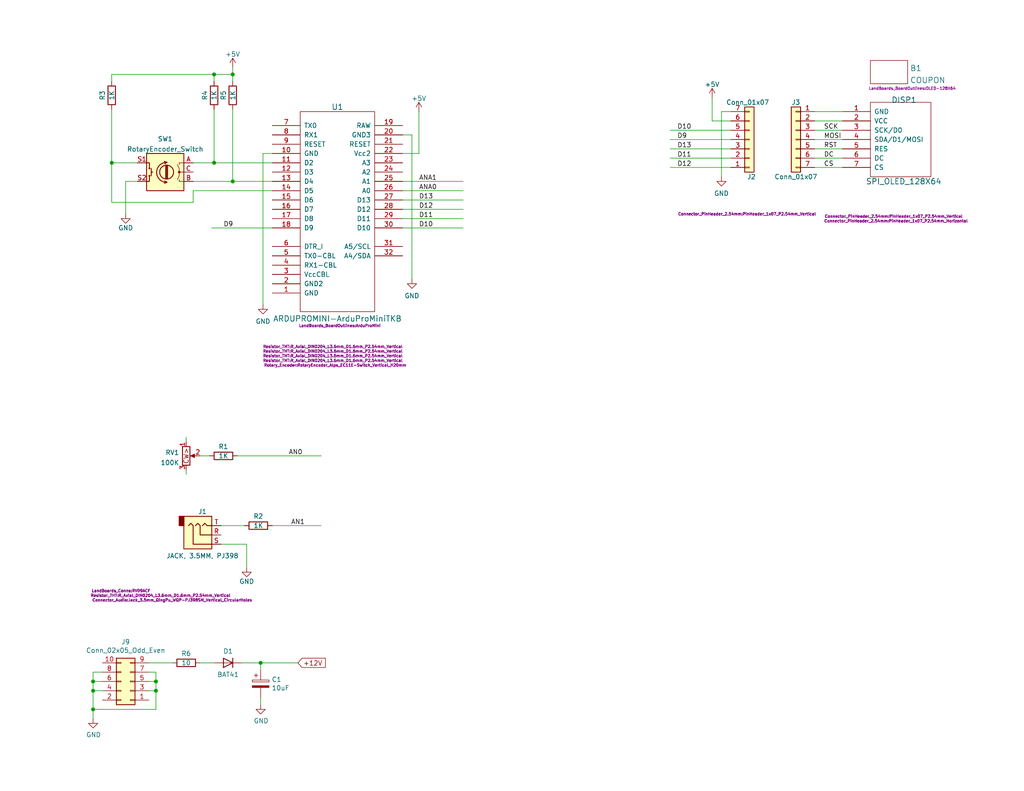
<source format=kicad_sch>
(kicad_sch (version 20211123) (generator eeschema)
  (paper "A")
  (title_block (title "ER-SPI-OLED-01_PANEL") (date "2023-01-14") (rev "1"))
  (lib_symbols
    (symbol "Connector:AudioJack3"
      (property "Reference" "J" (at 0 8.89 0))
      (property "Value" "AudioJack3" (at 0 6.35 0))
      (symbol "AudioJack3_0_1"
        (rectangle (start -5.08 -5.08) (end -6.35 -2.54) (stroke (width 0.254)) (fill (type outline)))
        (polyline (pts (xy 0 -2.54) (xy 0.635 -3.175) (xy 1.27 -2.54) (xy 2.54 -2.54)) (stroke (width 0.254)))
        (polyline (pts (xy -1.905 -2.54) (xy -1.27 -3.175) (xy -0.635 -2.54) (xy -0.635 0) (xy 2.54 0)) (stroke (width 0.254)))
        (polyline (pts (xy 2.54 2.54) (xy -2.54 2.54) (xy -2.54 -2.54) (xy -3.175 -3.175) (xy -3.81 -2.54)) (stroke (width 0.254)))
        (rectangle (start 2.54 3.81) (end -5.08 -5.08) (stroke (width 0.254)) (fill (type background)))
      )
      (symbol "AudioJack3_1_1"
        (pin passive line (at 5.08 0 180) (length 2.54) (name "~") (number "R"))
        (pin passive line (at 5.08 2.54 180) (length 2.54) (name "~") (number "S"))
        (pin passive line (at 5.08 -2.54 180) (length 2.54) (name "~") (number "T"))
      )
    )
    (symbol "Connector_Generic:Conn_01x07" (pin_names (offset 1.016) hide)
      (property "Reference" "J" (at 0 10.16 0))
      (property "Value" "Conn_01x07" (at 0 -10.16 0))
      (symbol "Conn_01x07_1_1"
        (rectangle (start -1.27 -7.493) (end 0 -7.747) (stroke (width 0.1524)))
        (rectangle (start -1.27 -4.953) (end 0 -5.207) (stroke (width 0.1524)))
        (rectangle (start -1.27 -2.413) (end 0 -2.667) (stroke (width 0.1524)))
        (rectangle (start -1.27 0.127) (end 0 -0.127) (stroke (width 0.1524)))
        (rectangle (start -1.27 2.667) (end 0 2.413) (stroke (width 0.1524)))
        (rectangle (start -1.27 5.207) (end 0 4.953) (stroke (width 0.1524)))
        (rectangle (start -1.27 7.747) (end 0 7.493) (stroke (width 0.1524)))
        (rectangle (start -1.27 8.89) (end 1.27 -8.89) (stroke (width 0.254)) (fill (type background)))
        (pin passive line (at -5.08 7.62 0) (length 3.81) (name "Pin_1") (number "1"))
        (pin passive line (at -5.08 5.08 0) (length 3.81) (name "Pin_2") (number "2"))
        (pin passive line (at -5.08 2.54 0) (length 3.81) (name "Pin_3") (number "3"))
        (pin passive line (at -5.08 0 0) (length 3.81) (name "Pin_4") (number "4"))
        (pin passive line (at -5.08 -2.54 0) (length 3.81) (name "Pin_5") (number "5"))
        (pin passive line (at -5.08 -5.08 0) (length 3.81) (name "Pin_6") (number "6"))
        (pin passive line (at -5.08 -7.62 0) (length 3.81) (name "Pin_7") (number "7"))
      )
    )
    (symbol "Connector_Generic:Conn_02x05_Odd_Even" (pin_names (offset 1.016) hide)
      (property "Reference" "J" (at 1.27 7.62 0))
      (property "Value" "Conn_02x05_Odd_Even" (at 1.27 -7.62 0))
      (symbol "Conn_02x05_Odd_Even_1_1"
        (rectangle (start -1.27 -4.953) (end 0 -5.207) (stroke (width 0.1524)))
        (rectangle (start -1.27 -2.413) (end 0 -2.667) (stroke (width 0.1524)))
        (rectangle (start -1.27 0.127) (end 0 -0.127) (stroke (width 0.1524)))
        (rectangle (start -1.27 2.667) (end 0 2.413) (stroke (width 0.1524)))
        (rectangle (start -1.27 5.207) (end 0 4.953) (stroke (width 0.1524)))
        (rectangle (start -1.27 6.35) (end 3.81 -6.35) (stroke (width 0.254)) (fill (type background)))
        (rectangle (start 3.81 -4.953) (end 2.54 -5.207) (stroke (width 0.1524)))
        (rectangle (start 3.81 -2.413) (end 2.54 -2.667) (stroke (width 0.1524)))
        (rectangle (start 3.81 0.127) (end 2.54 -0.127) (stroke (width 0.1524)))
        (rectangle (start 3.81 2.667) (end 2.54 2.413) (stroke (width 0.1524)))
        (rectangle (start 3.81 5.207) (end 2.54 4.953) (stroke (width 0.1524)))
        (pin passive line (at -5.08 5.08 0) (length 3.81) (name "Pin_1") (number "1"))
        (pin passive line (at 7.62 -5.08 180) (length 3.81) (name "Pin_10") (number "10"))
        (pin passive line (at 7.62 5.08 180) (length 3.81) (name "Pin_2") (number "2"))
        (pin passive line (at -5.08 2.54 0) (length 3.81) (name "Pin_3") (number "3"))
        (pin passive line (at 7.62 2.54 180) (length 3.81) (name "Pin_4") (number "4"))
        (pin passive line (at -5.08 0 0) (length 3.81) (name "Pin_5") (number "5"))
        (pin passive line (at 7.62 0 180) (length 3.81) (name "Pin_6") (number "6"))
        (pin passive line (at -5.08 -2.54 0) (length 3.81) (name "Pin_7") (number "7"))
        (pin passive line (at 7.62 -2.54 180) (length 3.81) (name "Pin_8") (number "8"))
        (pin passive line (at -5.08 -5.08 0) (length 3.81) (name "Pin_9") (number "9"))
      )
    )
    (symbol "Device:CP" (pin_numbers hide) (pin_names (offset 0.254))
      (property "Reference" "C" (at 0.635 2.54 0))
      (property "Value" "Device_CP" (at 0.635 -2.54 0))
      (symbol "CP_0_1"
        (rectangle (start -2.286 0.508) (end 2.286 1.016))
        (polyline (pts (xy -1.778 2.286) (xy -0.762 2.286)))
        (polyline (pts (xy -1.27 2.794) (xy -1.27 1.778)))
        (rectangle (start 2.286 -0.508) (end -2.286 -1.016) (fill (type outline)))
      )
      (symbol "CP_1_1"
        (pin passive line (at 0 3.81 270) (length 2.794) (name "~") (number "1"))
        (pin passive line (at 0 -3.81 90) (length 2.794) (name "~") (number "2"))
      )
    )
    (symbol "Device:D" (pin_numbers hide) (pin_names (offset 1.016) hide)
      (property "Reference" "D" (at 0 2.54 0))
      (property "Value" "D" (at 0 -2.54 0))
      (symbol "D_0_1"
        (polyline (pts (xy -1.27 1.27) (xy -1.27 -1.27)) (stroke (width 0.254)))
        (polyline (pts (xy 1.27 0) (xy -1.27 0)))
        (polyline (pts (xy 1.27 1.27) (xy 1.27 -1.27) (xy -1.27 0) (xy 1.27 1.27)) (stroke (width 0.254)))
      )
      (symbol "D_1_1"
        (pin passive line (at -3.81 0 0) (length 2.54) (name "K") (number "1"))
        (pin passive line (at 3.81 0 180) (length 2.54) (name "A") (number "2"))
      )
    )
    (symbol "Device:R" (pin_numbers hide) (pin_names (offset 0))
      (property "Reference" "R" (at 2.032 0 90))
      (property "Value" "R" (at 0 0 90))
      (symbol "R_0_1"
        (rectangle (start -1.016 -2.54) (end 1.016 2.54) (stroke (width 0.254)))
      )
      (symbol "R_1_1"
        (pin passive line (at 0 3.81 270) (length 1.27) (name "~") (number "1"))
        (pin passive line (at 0 -3.81 90) (length 1.27) (name "~") (number "2"))
      )
    )
    (symbol "Device:RotaryEncoder_Switch" (pin_names (offset 0.254) hide)
      (property "Reference" "SW" (at 0 6.604 0))
      (property "Value" "RotaryEncoder_Switch" (at 0 -6.604 0))
      (symbol "RotaryEncoder_Switch_0_1"
        (rectangle (start -5.08 5.08) (end 5.08 -5.08) (stroke (width 0.254)) (fill (type background)))
        (circle (center -3.81 0) (radius 0.254) (fill (type outline)))
        (arc (start -0.381 -2.794) (mid 2.3622 -0.0635) (end -0.381 2.667) (stroke (width 0.254)))
        (circle (center -0.381 0) (radius 1.905) (stroke (width 0.254)))
        (polyline (pts (xy -0.635 -1.778) (xy -0.635 1.778)) (stroke (width 0.254)))
        (polyline (pts (xy -0.381 -1.778) (xy -0.381 1.778)) (stroke (width 0.254)))
        (polyline (pts (xy -0.127 1.778) (xy -0.127 -1.778)) (stroke (width 0.254)))
        (polyline (pts (xy 3.81 0) (xy 3.429 0)) (stroke (width 0.254)))
        (polyline (pts (xy 3.81 1.016) (xy 3.81 -1.016)) (stroke (width 0.254)))
        (polyline (pts (xy -5.08 -2.54) (xy -3.81 -2.54) (xy -3.81 -2.032)))
        (polyline (pts (xy -5.08 2.54) (xy -3.81 2.54) (xy -3.81 2.032)))
        (polyline (pts (xy 0.254 -3.048) (xy -0.508 -2.794) (xy 0.127 -2.413)) (stroke (width 0.254)))
        (polyline (pts (xy 0.254 2.921) (xy -0.508 2.667) (xy 0.127 2.286)) (stroke (width 0.254)))
        (polyline (pts (xy 5.08 -2.54) (xy 4.318 -2.54) (xy 4.318 -1.016)) (stroke (width 0.254)))
        (polyline (pts (xy 5.08 2.54) (xy 4.318 2.54) (xy 4.318 1.016)) (stroke (width 0.254)))
        (polyline (pts (xy -5.08 0) (xy -3.81 0) (xy -3.81 -1.016) (xy -3.302 -2.032)))
        (polyline (pts (xy -4.318 0) (xy -3.81 0) (xy -3.81 1.016) (xy -3.302 2.032)))
        (circle (center 4.318 -1.016) (radius 0.127) (stroke (width 0.254)))
        (circle (center 4.318 1.016) (radius 0.127) (stroke (width 0.254)))
      )
      (symbol "RotaryEncoder_Switch_1_1"
        (pin passive line (at -7.62 2.54 0) (length 2.54) (name "A") (number "A"))
        (pin passive line (at -7.62 -2.54 0) (length 2.54) (name "B") (number "B"))
        (pin passive line (at -7.62 0 0) (length 2.54) (name "C") (number "C"))
        (pin passive line (at 7.62 2.54 180) (length 2.54) (name "S1") (number "S1"))
        (pin passive line (at 7.62 -2.54 180) (length 2.54) (name "S2") (number "S2"))
      )
    )
    (symbol "LandBoards:COUPON" (pin_names (offset 1.016))
      (property "Reference" "COUP?" (at 0 0 0))
      (property "Value" "COUPON" (at 0 0 0))
      (symbol "COUPON_0_1"
        (rectangle (start -5.08 0) (end 5.08 6.35))
      )
    )
    (symbol "LandBoards_Cards:ARDUPROMINI-ArduProMiniTKB" (pin_names (offset 1.016))
      (property "Reference" "U3" (at 7.62 20.32 0))
      (property "Value" "ARDUPROMINI-ArduProMiniTKB" (at 0 -36.83 0))
      (property "Footprint" "LandBoards_BoardOutlines:ArduProMini" (at 0 -40.64 0))
      (symbol "ARDUPROMINI-ArduProMiniTKB_0_1"
        (polyline (pts (xy -10.16 -35.56) (xy -10.16 19.05) (xy 10.16 19.05) (xy 10.16 -35.56) (xy 0 -35.56) (xy -10.16 -35.56)))
      )
      (symbol "ARDUPROMINI-ArduProMiniTKB_1_1"
        (pin unspecified line (at -17.78 -30.48 0) (length 7.62) (name "GND") (number "1"))
        (pin unspecified line (at -17.78 7.62 0) (length 7.62) (name "GND") (number "10"))
        (pin bidirectional line (at -17.78 5.08 0) (length 7.62) (name "D2") (number "11"))
        (pin bidirectional line (at -17.78 2.54 0) (length 7.62) (name "D3") (number "12"))
        (pin bidirectional line (at -17.78 0 0) (length 7.62) (name "D4") (number "13"))
        (pin bidirectional line (at -17.78 -2.54 0) (length 7.62) (name "D5") (number "14"))
        (pin bidirectional line (at -17.78 -5.08 0) (length 7.62) (name "D6") (number "15"))
        (pin bidirectional line (at -17.78 -7.62 0) (length 7.62) (name "D7") (number "16"))
        (pin bidirectional line (at -17.78 -10.16 0) (length 7.62) (name "D8") (number "17"))
        (pin bidirectional line (at -17.78 -12.7 0) (length 7.62) (name "D9") (number "18"))
        (pin unspecified line (at 17.78 15.24 180) (length 7.62) (name "RAW") (number "19"))
        (pin unspecified line (at -17.78 -27.94 0) (length 7.62) (name "GND2") (number "2"))
        (pin unspecified line (at 17.78 12.7 180) (length 7.62) (name "GND3") (number "20"))
        (pin input line (at 17.78 10.16 180) (length 7.62) (name "RESET") (number "21"))
        (pin unspecified line (at 17.78 7.62 180) (length 7.62) (name "Vcc2") (number "22"))
        (pin bidirectional line (at 17.78 5.08 180) (length 7.62) (name "A3") (number "23"))
        (pin bidirectional line (at 17.78 2.54 180) (length 7.62) (name "A2") (number "24"))
        (pin bidirectional line (at 17.78 0 180) (length 7.62) (name "A1") (number "25"))
        (pin bidirectional line (at 17.78 -2.54 180) (length 7.62) (name "A0") (number "26"))
        (pin bidirectional line (at 17.78 -5.08 180) (length 7.62) (name "D13") (number "27"))
        (pin input line (at 17.78 -7.62 180) (length 7.62) (name "D12") (number "28"))
        (pin bidirectional line (at 17.78 -10.16 180) (length 7.62) (name "D11") (number "29"))
        (pin power_in line (at -17.78 -25.4 0) (length 7.62) (name "VccCBL") (number "3"))
        (pin bidirectional line (at 17.78 -12.7 180) (length 7.62) (name "D10") (number "30"))
        (pin bidirectional line (at 17.78 -17.78 180) (length 7.62) (name "A5/SCL") (number "31"))
        (pin bidirectional line (at 17.78 -20.32 180) (length 7.62) (name "A4/SDA") (number "32"))
        (pin unspecified line (at -17.78 -22.86 0) (length 7.62) (name "RX1-CBL") (number "4"))
        (pin unspecified line (at -17.78 -20.32 0) (length 7.62) (name "TX0-CBL") (number "5"))
        (pin unspecified line (at -17.78 -17.78 0) (length 7.62) (name "DTR_I") (number "6"))
        (pin bidirectional line (at -17.78 15.24 0) (length 7.62) (name "TX0") (number "7"))
        (pin bidirectional line (at -17.78 12.7 0) (length 7.62) (name "RX1") (number "8"))
        (pin input line (at -17.78 10.16 0) (length 7.62) (name "RESET") (number "9"))
      )
    )
    (symbol "LandBoards_Conns:SPI_OLED_128X64" (pin_names (offset 1.016))
      (property "Reference" "DISP" (at -5.08 10.16 0))
      (property "Value" "SPI_OLED_128X64" (at -5.08 -12.7 0))
      (symbol "SPI_OLED_128X64_0_1"
        (rectangle (start -8.89 8.89) (end 7.62 -11.43))
      )
      (symbol "SPI_OLED_128X64_1_1"
        (pin power_in line (at -16.51 6.35 0) (length 7.62) (name "GND") (number "1"))
        (pin power_in line (at -16.51 3.81 0) (length 7.62) (name "VCC") (number "2"))
        (pin input line (at -16.51 1.27 0) (length 7.62) (name "SCK/D0") (number "3"))
        (pin input line (at -16.51 -1.27 0) (length 7.62) (name "SDA/D1/MOSI") (number "4"))
        (pin input line (at -16.51 -3.81 0) (length 7.62) (name "RES") (number "5"))
        (pin input line (at -16.51 -6.35 0) (length 7.62) (name "DC") (number "6"))
        (pin input line (at -16.51 -8.89 0) (length 7.62) (name "CS") (number "7"))
      )
    )
    (symbol "R_Pot_CW_4" (pin_names (offset 1.016) hide)
      (property "Reference" "RV" (at -1.27 1.27 0))
      (property "Value" "R_Pot_CW_4" (at -1.27 -1.27 0))
      (symbol "R_Pot_CW_4_0_0"
        (text "CW>" (at 0 0 900) (effects (font (size 1.27 1.27))))
      )
      (symbol "R_Pot_CW_4_0_1"
        (polyline (pts (xy 2.54 0) (xy 1.524 0)))
        (polyline (pts (xy 1.143 0) (xy 2.286 0.508) (xy 2.286 -0.508) (xy 1.143 0)) (fill (type outline)))
        (rectangle (start 1.016 2.54) (end -1.016 -2.54) (stroke (width 0.254)))
      )
      (symbol "R_Pot_CW_4_1_1"
        (pin passive line (at 0 3.81 270) (length 1.27) (name "1") (number "1"))
        (pin passive line (at 3.81 0 180) (length 1.27) (name "2") (number "2"))
        (pin passive line (at 0 -3.81 90) (length 1.27) (name "3") (number "3"))
      )
    )
    (symbol "power:+5V" (power) (pin_names (offset 0))
      (property "Value" "+5V" (at 0 3.556 0))
      (symbol "+5V_0_1"
        (polyline (pts (xy -0.762 1.27) (xy 0 2.54)))
        (polyline (pts (xy 0 0) (xy 0 2.54)))
        (polyline (pts (xy 0 2.54) (xy 0.762 1.27)))
      )
      (symbol "+5V_1_1"
        (pin power_in line (at 0 0 90) (length 0) hide (name "+5V") (number "1"))
      )
    )
    (symbol "power:GND" (power) (pin_names (offset 0))
      (property "Value" "GND" (at 0 -3.81 0))
      (symbol "GND_0_1"
        (polyline (pts (xy 0 0) (xy 0 -1.27) (xy 1.27 -1.27) (xy 0 -2.54) (xy -1.27 -1.27) (xy 0 -1.27)))
      )
      (symbol "GND_1_1"
        (pin power_in line (at 0 0 270) (length 0) hide (name "GND") (number "1"))
      )
    )
  )
  (junction (at 30.48 44.45))
  (junction (at 25.4 188.595))
  (junction (at 71.12 180.975))
  (junction (at 63.5 20.32))
  (junction (at 42.545 186.055))
  (junction (at 58.42 20.32))
  (junction (at 58.42 44.45))
  (junction (at 25.4 193.675))
  (junction (at 25.4 186.055))
  (junction (at 42.545 188.595))
  (junction (at 63.5 49.53))
  (wire (pts (xy 58.42 29.845) (xy 58.42 44.45)))
  (wire (pts (xy 199.39 33.02) (xy 194.31 33.02)))
  (wire (pts (xy 63.5 29.845) (xy 63.5 49.53)))
  (wire (pts (xy 222.25 45.72) (xy 229.87 45.72)))
  (wire (pts (xy 74.295 52.07) (xy 52.705 52.07)))
  (wire (pts (xy 182.88 43.18) (xy 199.39 43.18)))
  (wire (pts (xy 52.705 52.07) (xy 52.705 55.245)))
  (wire (pts (xy 25.4 193.675) (xy 25.4 188.595)))
  (wire (pts (xy 25.4 186.055) (xy 27.94 186.055)))
  (wire (pts (xy 63.5 20.32) (xy 63.5 22.225)))
  (wire (pts (xy 196.85 30.48) (xy 196.85 48.26)))
  (wire (pts (xy 25.4 193.675) (xy 42.545 193.675)))
  (wire (pts (xy 42.545 193.675) (xy 42.545 188.595)))
  (wire (pts (xy 182.88 40.64) (xy 199.39 40.64)))
  (wire (pts (xy 109.855 41.91) (xy 114.3 41.91)))
  (wire (pts (xy 46.99 180.975) (xy 40.64 180.975)))
  (wire (pts (xy 42.545 183.515) (xy 42.545 186.055)))
  (wire (pts (xy 71.12 182.88) (xy 71.12 180.975)))
  (wire (pts (xy 37.465 44.45) (xy 30.48 44.45)))
  (wire (pts (xy 58.42 44.45) (xy 74.295 44.45)))
  (wire (pts (xy 71.12 192.405) (xy 71.12 190.5)))
  (wire (pts (xy 37.465 49.53) (xy 34.29 49.53)))
  (wire (pts (xy 25.4 188.595) (xy 25.4 186.055)))
  (wire (pts (xy 222.25 30.48) (xy 229.87 30.48)))
  (wire (pts (xy 63.5 49.53) (xy 74.295 49.53)))
  (wire (pts (xy 42.545 188.595) (xy 40.64 188.595)))
  (wire (pts (xy 57.15 124.46) (xy 54.61 124.46)))
  (wire (pts (xy 109.855 54.61) (xy 126.365 54.61)))
  (wire (pts (xy 30.48 44.45) (xy 30.48 29.845)))
  (wire (pts (xy 112.395 36.83) (xy 112.395 76.2)))
  (wire (pts (xy 109.855 36.83) (xy 112.395 36.83)))
  (wire (pts (xy 222.25 40.64) (xy 229.87 40.64)))
  (wire (pts (xy 194.31 26.67) (xy 194.31 33.02)))
  (wire (pts (xy 60.325 148.59) (xy 67.31 148.59)))
  (wire (pts (xy 109.855 52.07) (xy 126.365 52.07)))
  (wire (pts (xy 222.25 35.56) (xy 229.87 35.56)))
  (wire (pts (xy 67.31 148.59) (xy 67.31 154.94)))
  (wire (pts (xy 58.42 20.32) (xy 58.42 22.225)))
  (wire (pts (xy 25.4 196.215) (xy 25.4 193.675)))
  (wire (pts (xy 40.64 183.515) (xy 42.545 183.515)))
  (wire (pts (xy 50.8 128.27) (xy 50.8 129.54)))
  (wire (pts (xy 42.545 186.055) (xy 42.545 188.595)))
  (wire (pts (xy 50.8 120.65) (xy 50.8 119.38)))
  (wire (pts (xy 64.77 124.46) (xy 87.63 124.46)))
  (wire (pts (xy 52.705 44.45) (xy 58.42 44.45)))
  (wire (pts (xy 182.88 35.56) (xy 199.39 35.56)))
  (wire (pts (xy 66.04 180.975) (xy 71.12 180.975)))
  (wire (pts (xy 71.12 180.975) (xy 81.28 180.975)))
  (wire (pts (xy 30.48 20.32) (xy 58.42 20.32)))
  (wire (pts (xy 182.88 45.72) (xy 199.39 45.72)))
  (wire (pts (xy 63.5 18.415) (xy 63.5 20.32)))
  (wire (pts (xy 30.48 22.225) (xy 30.48 20.32)))
  (wire (pts (xy 74.295 41.91) (xy 71.755 41.91)))
  (wire (pts (xy 52.705 49.53) (xy 63.5 49.53)))
  (wire (pts (xy 52.705 55.245) (xy 30.48 55.245)))
  (wire (pts (xy 109.855 62.23) (xy 126.365 62.23)))
  (wire (pts (xy 114.3 41.91) (xy 114.3 30.48)))
  (wire (pts (xy 57.785 62.23) (xy 74.295 62.23)))
  (wire (pts (xy 25.4 188.595) (xy 27.94 188.595)))
  (wire (pts (xy 30.48 55.245) (xy 30.48 44.45)))
  (wire (pts (xy 25.4 186.055) (xy 25.4 183.515)))
  (wire (pts (xy 25.4 183.515) (xy 27.94 183.515)))
  (wire (pts (xy 109.855 49.53) (xy 126.365 49.53)))
  (wire (pts (xy 222.25 38.1) (xy 229.87 38.1)))
  (wire (pts (xy 58.42 20.32) (xy 63.5 20.32)))
  (wire (pts (xy 34.29 49.53) (xy 34.29 58.42)))
  (wire (pts (xy 74.295 143.51) (xy 87.63 143.51)))
  (wire (pts (xy 182.88 38.1) (xy 199.39 38.1)))
  (wire (pts (xy 222.25 43.18) (xy 229.87 43.18)))
  (wire (pts (xy 66.675 143.51) (xy 60.325 143.51)))
  (wire (pts (xy 109.855 59.69) (xy 126.365 59.69)))
  (wire (pts (xy 71.755 41.91) (xy 71.755 83.185)))
  (wire (pts (xy 40.64 186.055) (xy 42.545 186.055)))
  (wire (pts (xy 109.855 57.15) (xy 126.365 57.15)))
  (wire (pts (xy 222.25 33.02) (xy 229.87 33.02)))
  (wire (pts (xy 54.61 180.975) (xy 58.42 180.975)))
  (wire (pts (xy 199.39 30.48) (xy 196.85 30.48)))
  (label "CS" (at 224.79 45.72 0))
  (label "D13" (at 184.785 40.64 0))
  (label "AN0" (at 78.74 124.46 0))
  (label "RST" (at 224.79 40.64 0))
  (label "ANA1" (at 114.3 49.53 0))
  (label "D10" (at 114.3 62.23 0))
  (label "D13" (at 114.3 54.61 0))
  (label "AN1" (at 79.375 143.51 0))
  (label "D12" (at 114.3 57.15 0))
  (label "SCK" (at 224.79 35.56 0))
  (label "ANA0" (at 114.3 52.07 0))
  (label "D11" (at 114.3 59.69 0))
  (label "D9" (at 60.96 62.23 0))
  (label "D9" (at 184.785 38.1 0))
  (label "D11" (at 184.785 43.18 0))
  (label "DC" (at 224.79 43.18 0))
  (label "D10" (at 184.785 35.56 0))
  (label "MOSI" (at 224.79 38.1 0))
  (label "D12" (at 184.785 45.72 0))
  (global_label "+12V" (shape input) (at 81.28 180.975 0) (property "Intersheet References" "${INTERSHEET_REFS}" (effects hide)))
  (symbol (lib_id "power:+5V") (at 114.3 30.48 0) (unit 1)
    (property "Reference" "#PWR0104" (effects hide))
    (property "Value" "+5V" (at 114.3 26.8755 0))
  )
  (symbol (lib_id "power:GND") (at 71.12 192.405 0) (unit 1)
    (property "Reference" "#PWR0112" (effects hide))
    (property "Value" "GND" (at 71.247 196.7992 0))
  )
  (symbol (lib_id "LandBoards_Conns:SPI_OLED_128X64") (at 246.38 36.83 0) (unit 1)
    (property "Reference" "DISP1" (at 243.205 27.305 0) (effects (font (size 1.524 1.524)) (justify left)))
    (property "Value" "SPI_OLED_128X64" (at 236.22 49.53 0) (effects (font (size 1.524 1.524)) (justify left)))
    (property "Footprint" "Connector_PinHeader_2.54mm:PinHeader_1x07_P2.54mm_Vertical" (at 243.84 59.055 0) (effects (font (size 0.762 0.762))))
  )
  (symbol (lib_id "Device:D") (at 62.23 180.975 180) (unit 1)
    (property "Reference" "D1" (at 62.23 177.8 0))
    (property "Value" "BAT41" (at 62.23 184.1754 0))
    (property "Footprint" "Diode_THT:D_DO-41_SOD81_P7.62mm_Horizontal" (effects hide))
  )
  (symbol (lib_name "R_Pot_CW_4") (lib_id "LandBoards_Conns:R_Pot_CW") (at 50.8 124.46 0) (unit 1)
    (property "Reference" "RV1" (at 48.9045 123.5515 0) (effects (justify right)))
    (property "Value" "100K" (at 48.9045 126.3266 0) (effects (justify right)))
    (property "Footprint" "LandBoards_Conns:RV09ACF" (at 33.02 161.29 0) (effects (font (size 0.762 0.762))))
  )
  (symbol (lib_id "power:+5V") (at 63.5 18.415 0) (unit 1)
    (property "Reference" "#PWR0106" (effects hide))
    (property "Value" "+5V" (at 63.5 14.8105 0))
  )
  (symbol (lib_id "Device:R") (at 60.96 124.46 90) (unit 1)
    (property "Reference" "R1" (at 60.96 121.92 90))
    (property "Value" "1K" (at 60.96 124.46 90))
    (property "Footprint" "Resistor_THT:R_Axial_DIN0204_L3.6mm_D1.6mm_P2.54mm_Vertical" (at 90.805 98.425 90) (effects (font (size 0.762 0.762))))
    (property "Datasheet" "https://www.mouser.com/ProductDetail/Xicon/299-2.2K-RC?qs=QaPBMFBEHz3RDbXknTj%252ByA%3D%3D" (effects hide))
  )
  (symbol (lib_id "power:GND") (at 67.31 154.94 0) (unit 1)
    (property "Reference" "#PWR0109" (effects hide))
    (property "Value" "GND" (at 67.31 158.75 0))
  )
  (symbol (lib_id "Connector_Generic:Conn_01x07") (at 204.47 38.1 0) (mirror x) (unit 1)
    (property "Reference" "J2" (at 203.835 48.26 0) (effects (justify left)))
    (property "Value" "Conn_01x07" (at 198.12 27.94 0) (effects (justify left)))
    (property "Footprint" "Connector_PinHeader_2.54mm:PinHeader_1x07_P2.54mm_Vertical" (at 203.835 58.42 0) (effects (font (size 0.762 0.762))))
  )
  (symbol (lib_id "Device:R") (at 63.5 26.035 180) (unit 1)
    (property "Reference" "R5" (at 60.96 26.035 90))
    (property "Value" "1K" (at 63.5 26.035 90))
    (property "Footprint" "Resistor_THT:R_Axial_DIN0204_L3.6mm_D1.6mm_P2.54mm_Vertical" (at 43.815 162.56 0) (effects (font (size 0.762 0.762))))
    (property "Datasheet" "https://www.mouser.com/ProductDetail/Xicon/299-2.2K-RC?qs=QaPBMFBEHz3RDbXknTj%252ByA%3D%3D" (effects hide))
  )
  (symbol (lib_id "power:+5V") (at 194.31 26.67 0) (unit 1)
    (property "Reference" "#PWR0102" (effects hide))
    (property "Value" "+5V" (at 194.31 23.0655 0))
  )
  (symbol (lib_id "power:GND") (at 25.4 196.215 0) (unit 1)
    (property "Reference" "#PWR0111" (effects hide))
    (property "Value" "GND" (at 25.527 200.6092 0))
  )
  (symbol (lib_id "Connector_Generic:Conn_01x07") (at 217.17 38.1 0) (mirror y) (unit 1)
    (property "Reference" "J3" (at 217.17 27.94 0))
    (property "Value" "Conn_01x07" (at 217.17 48.26 0))
    (property "Footprint" "Connector_PinHeader_2.54mm:PinHeader_1x07_P2.54mm_Horizontal" (at 244.475 60.325 0) (effects (font (size 0.762 0.762))))
  )
  (symbol (lib_id "Device:R") (at 70.485 143.51 90) (unit 1)
    (property "Reference" "R2" (at 70.485 140.97 90))
    (property "Value" "1K" (at 70.485 143.51 90))
    (property "Footprint" "Resistor_THT:R_Axial_DIN0204_L3.6mm_D1.6mm_P2.54mm_Vertical" (at 90.805 95.885 90) (effects (font (size 0.762 0.762))))
    (property "Datasheet" "https://www.mouser.com/ProductDetail/Xicon/299-2.2K-RC?qs=QaPBMFBEHz3RDbXknTj%252ByA%3D%3D" (effects hide))
  )
  (symbol (lib_id "power:GND") (at 112.395 76.2 0) (unit 1)
    (property "Reference" "#PWR0103" (effects hide))
    (property "Value" "GND" (at 112.395 80.7625 0))
  )
  (symbol (lib_id "power:GND") (at 71.755 83.185 0) (unit 1)
    (property "Reference" "#PWR0105" (effects hide))
    (property "Value" "GND" (at 71.755 87.7475 0))
  )
  (symbol (lib_id "Connector_Generic:Conn_02x05_Odd_Even") (at 35.56 186.055 180) (unit 1)
    (property "Reference" "J9" (at 34.29 175.26 0))
    (property "Value" "Conn_02x05_Odd_Even" (at 34.29 177.5714 0))
    (property "Footprint" "Connector_IDC:IDC-Header_2x05_P2.54mm_Vertical" (effects hide))
  )
  (symbol (lib_id "Device:R") (at 50.8 180.975 270) (unit 1)
    (property "Reference" "R6" (at 50.8 178.435 90))
    (property "Value" "10" (at 50.8 180.975 90))
    (property "Footprint" "Resistor_THT:R_Axial_DIN0207_L6.3mm_D2.5mm_P7.62mm_Horizontal" (effects hide))
  )
  (symbol (lib_id "power:GND") (at 196.85 48.26 0) (unit 1)
    (property "Reference" "#PWR0101" (effects hide))
    (property "Value" "GND" (at 196.85 52.8225 0))
  )
  (symbol (lib_id "Device:RotaryEncoder_Switch") (at 45.085 46.99 0) (mirror y) (unit 1)
    (property "Reference" "SW1" (at 45.085 37.9435 0))
    (property "Value" "RotaryEncoder_Switch" (at 45.085 40.7186 0))
    (property "Footprint" "Rotary_Encoder:RotaryEncoder_Alps_EC11E-Switch_Vertical_H20mm" (at 91.44 99.695 0) (effects (font (size 0.762 0.762))))
  )
  (symbol (lib_id "power:GND") (at 34.29 58.42 0) (unit 1)
    (property "Reference" "#PWR0110" (effects hide))
    (property "Value" "GND" (at 34.29 62.23 0))
  )
  (symbol (lib_id "Device:R") (at 58.42 26.035 180) (unit 1)
    (property "Reference" "R4" (at 55.88 26.035 90))
    (property "Value" "1K" (at 58.42 26.035 90))
    (property "Footprint" "Resistor_THT:R_Axial_DIN0204_L3.6mm_D1.6mm_P2.54mm_Vertical" (at 90.805 97.155 0) (effects (font (size 0.762 0.762))))
    (property "Datasheet" "https://www.mouser.com/ProductDetail/Xicon/299-2.2K-RC?qs=QaPBMFBEHz3RDbXknTj%252ByA%3D%3D" (effects hide))
  )
  (symbol (lib_id "Device:R") (at 30.48 26.035 180) (unit 1)
    (property "Reference" "R3" (at 27.94 26.035 90))
    (property "Value" "1K" (at 30.48 26.035 90))
    (property "Footprint" "Resistor_THT:R_Axial_DIN0204_L3.6mm_D1.6mm_P2.54mm_Vertical" (at 90.805 94.615 0) (effects (font (size 0.762 0.762))))
    (property "Datasheet" "https://www.mouser.com/ProductDetail/Xicon/299-2.2K-RC?qs=QaPBMFBEHz3RDbXknTj%252ByA%3D%3D" (effects hide))
  )
  (symbol (lib_id "Device:CP") (at 71.12 186.69 0) (unit 1)
    (property "Reference" "C1" (at 74.1172 185.5216 0) (effects (justify left)))
    (property "Value" "10uF" (at 74.1172 187.833 0) (effects (justify left)))
    (property "Footprint" "Capacitor_THT:CP_Radial_D6.3mm_P2.50mm" (effects hide))
  )
  (symbol (lib_id "LandBoards:COUPON") (at 242.57 22.86 0) (unit 1)
    (property "Reference" "B1" (at 248.285 18.6203 0) (effects (font (size 1.524 1.524)) (justify left)))
    (property "Value" "COUPON" (at 248.285 21.8993 0) (effects (font (size 1.524 1.524)) (justify left)))
    (property "Footprint" "LandBoards_BoardOutlines:OLED-128X64" (at 248.92 24.13 0) (effects (font (size 0.762 0.762))))
  )
  (symbol (lib_id "Connector:AudioJack3") (at 55.245 146.05 0) (mirror x) (unit 1)
    (property "Reference" "J1" (at 55.245 139.7 0))
    (property "Value" "JACK, 3.5MM, PJ398" (at 55.245 151.765 0))
    (property "Footprint" "Connector_Audio:Jack_3.5mm_QingPu_WQP-PJ398SM_Vertical_CircularHoles" (at 46.99 163.83 0) (effects (font (size 0.762 0.762))))
  )
  (symbol (lib_id "LandBoards_Cards:ARDUPROMINI-ArduProMiniTKB") (at 92.075 49.53 0) (unit 1)
    (property "Reference" "U1" (at 92.075 29.21 0) (effects (font (size 1.524 1.524))))
    (property "Value" "ARDUPROMINI-ArduProMiniTKB" (at 92.075 86.995 0) (effects (font (size 1.524 1.524))))
    (property "Footprint" "LandBoards_BoardOutlines:ArduProMini" (at 92.71 88.9 0) (effects (font (size 0.762 0.762))))
  )
)
</source>
